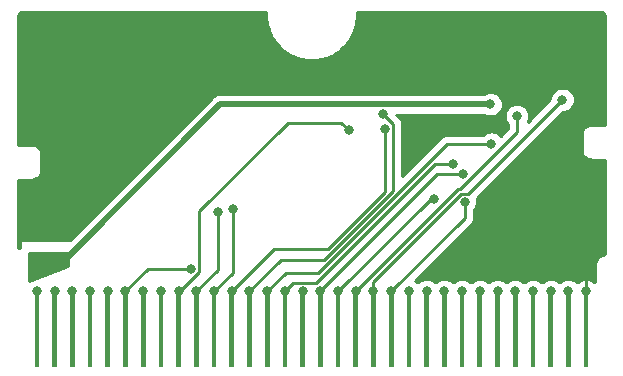
<source format=gbl>
%TF.GenerationSoftware,KiCad,Pcbnew,(5.99.0-1734-gfc9c75f9e)*%
%TF.CreationDate,2020-06-08T22:25:13+02:00*%
%TF.ProjectId,poldet32k-v2-autorouted,706f6c64-6574-4333-926b-2d76322d6175,rev?*%
%TF.SameCoordinates,Original*%
%TF.FileFunction,Copper,L2,Bot*%
%TF.FilePolarity,Positive*%
%FSLAX46Y46*%
G04 Gerber Fmt 4.6, Leading zero omitted, Abs format (unit mm)*
G04 Created by KiCad (PCBNEW (5.99.0-1734-gfc9c75f9e)) date 2020-06-08 22:25:13*
%MOMM*%
%LPD*%
G01*
G04 APERTURE LIST*
%TA.AperFunction,ComponentPad*%
%ADD10C,0.800000*%
%TD*%
%TA.AperFunction,ViaPad*%
%ADD11C,0.800000*%
%TD*%
%TA.AperFunction,Conductor*%
%ADD12C,0.250000*%
%TD*%
%TA.AperFunction,Conductor*%
%ADD13C,0.500000*%
%TD*%
%TA.AperFunction,Conductor*%
%ADD14C,0.254000*%
%TD*%
G04 APERTURE END LIST*
%TO.C,J1*%
G36*
X125132000Y-96805000D02*
G01*
X124732000Y-96805000D01*
X124732000Y-90705000D01*
X125132000Y-90705000D01*
X125132000Y-96805000D01*
G37*
G36*
X171632000Y-96805000D02*
G01*
X171232000Y-96805000D01*
X171232000Y-90705000D01*
X171632000Y-90705000D01*
X171632000Y-96805000D01*
G37*
G36*
X170132000Y-96805000D02*
G01*
X169732000Y-96805000D01*
X169732000Y-90705000D01*
X170132000Y-90705000D01*
X170132000Y-96805000D01*
G37*
G36*
X168632000Y-96805000D02*
G01*
X168232000Y-96805000D01*
X168232000Y-90705000D01*
X168632000Y-90705000D01*
X168632000Y-96805000D01*
G37*
G36*
X167132000Y-96805000D02*
G01*
X166732000Y-96805000D01*
X166732000Y-90705000D01*
X167132000Y-90705000D01*
X167132000Y-96805000D01*
G37*
G36*
X165632000Y-96805000D02*
G01*
X165232000Y-96805000D01*
X165232000Y-90705000D01*
X165632000Y-90705000D01*
X165632000Y-96805000D01*
G37*
G36*
X164132000Y-96805000D02*
G01*
X163732000Y-96805000D01*
X163732000Y-90705000D01*
X164132000Y-90705000D01*
X164132000Y-96805000D01*
G37*
G36*
X162632000Y-96805000D02*
G01*
X162232000Y-96805000D01*
X162232000Y-90705000D01*
X162632000Y-90705000D01*
X162632000Y-96805000D01*
G37*
G36*
X161132000Y-96805000D02*
G01*
X160732000Y-96805000D01*
X160732000Y-90705000D01*
X161132000Y-90705000D01*
X161132000Y-96805000D01*
G37*
G36*
X159632000Y-96805000D02*
G01*
X159232000Y-96805000D01*
X159232000Y-90705000D01*
X159632000Y-90705000D01*
X159632000Y-96805000D01*
G37*
G36*
X158132000Y-96805000D02*
G01*
X157732000Y-96805000D01*
X157732000Y-90705000D01*
X158132000Y-90705000D01*
X158132000Y-96805000D01*
G37*
G36*
X156632000Y-96805000D02*
G01*
X156232000Y-96805000D01*
X156232000Y-90705000D01*
X156632000Y-90705000D01*
X156632000Y-96805000D01*
G37*
G36*
X155132000Y-96805000D02*
G01*
X154732000Y-96805000D01*
X154732000Y-90705000D01*
X155132000Y-90705000D01*
X155132000Y-96805000D01*
G37*
G36*
X153632000Y-96805000D02*
G01*
X153232000Y-96805000D01*
X153232000Y-90705000D01*
X153632000Y-90705000D01*
X153632000Y-96805000D01*
G37*
G36*
X152132000Y-96805000D02*
G01*
X151732000Y-96805000D01*
X151732000Y-90705000D01*
X152132000Y-90705000D01*
X152132000Y-96805000D01*
G37*
G36*
X150632000Y-96805000D02*
G01*
X150232000Y-96805000D01*
X150232000Y-90705000D01*
X150632000Y-90705000D01*
X150632000Y-96805000D01*
G37*
G36*
X149132000Y-96805000D02*
G01*
X148732000Y-96805000D01*
X148732000Y-90705000D01*
X149132000Y-90705000D01*
X149132000Y-96805000D01*
G37*
G36*
X147632000Y-96805000D02*
G01*
X147232000Y-96805000D01*
X147232000Y-90705000D01*
X147632000Y-90705000D01*
X147632000Y-96805000D01*
G37*
G36*
X146132000Y-96805000D02*
G01*
X145732000Y-96805000D01*
X145732000Y-90705000D01*
X146132000Y-90705000D01*
X146132000Y-96805000D01*
G37*
G36*
X144632000Y-96805000D02*
G01*
X144232000Y-96805000D01*
X144232000Y-90705000D01*
X144632000Y-90705000D01*
X144632000Y-96805000D01*
G37*
G36*
X143132000Y-96805000D02*
G01*
X142732000Y-96805000D01*
X142732000Y-90705000D01*
X143132000Y-90705000D01*
X143132000Y-96805000D01*
G37*
G36*
X141632000Y-96805000D02*
G01*
X141232000Y-96805000D01*
X141232000Y-90705000D01*
X141632000Y-90705000D01*
X141632000Y-96805000D01*
G37*
G36*
X140132000Y-96805000D02*
G01*
X139732000Y-96805000D01*
X139732000Y-90705000D01*
X140132000Y-90705000D01*
X140132000Y-96805000D01*
G37*
G36*
X138632000Y-96805000D02*
G01*
X138232000Y-96805000D01*
X138232000Y-90705000D01*
X138632000Y-90705000D01*
X138632000Y-96805000D01*
G37*
G36*
X137132000Y-96805000D02*
G01*
X136732000Y-96805000D01*
X136732000Y-90705000D01*
X137132000Y-90705000D01*
X137132000Y-96805000D01*
G37*
G36*
X135632000Y-96805000D02*
G01*
X135232000Y-96805000D01*
X135232000Y-90705000D01*
X135632000Y-90705000D01*
X135632000Y-96805000D01*
G37*
G36*
X134132000Y-96805000D02*
G01*
X133732000Y-96805000D01*
X133732000Y-90705000D01*
X134132000Y-90705000D01*
X134132000Y-96805000D01*
G37*
G36*
X132632000Y-96805000D02*
G01*
X132232000Y-96805000D01*
X132232000Y-90705000D01*
X132632000Y-90705000D01*
X132632000Y-96805000D01*
G37*
G36*
X131132000Y-96805000D02*
G01*
X130732000Y-96805000D01*
X130732000Y-90705000D01*
X131132000Y-90705000D01*
X131132000Y-96805000D01*
G37*
G36*
X129632000Y-96805000D02*
G01*
X129232000Y-96805000D01*
X129232000Y-90705000D01*
X129632000Y-90705000D01*
X129632000Y-96805000D01*
G37*
G36*
X128132000Y-96805000D02*
G01*
X127732000Y-96805000D01*
X127732000Y-90705000D01*
X128132000Y-90705000D01*
X128132000Y-96805000D01*
G37*
G36*
X126632000Y-96805000D02*
G01*
X126232000Y-96805000D01*
X126232000Y-90705000D01*
X126632000Y-90705000D01*
X126632000Y-96805000D01*
G37*
%TD*%
D10*
%TO.P,J1,31*%
%TO.N,AUDIO_IN*%
X169932000Y-90405000D03*
%TO.P,J1,30*%
%TO.N,\u002ARESET/CS2*%
X168432000Y-90405000D03*
%TO.P,J1,29*%
%TO.N,D7*%
X166932000Y-90405000D03*
%TO.P,J1,28*%
%TO.N,D6*%
X165432000Y-90405000D03*
%TO.P,J1,27*%
%TO.N,D5*%
X163932000Y-90405000D03*
%TO.P,J1,26*%
%TO.N,D4*%
X162432000Y-90405000D03*
%TO.P,J1,25*%
%TO.N,D3*%
X160932000Y-90405000D03*
%TO.P,J1,24*%
%TO.N,D2*%
X159432000Y-90405000D03*
%TO.P,J1,23*%
%TO.N,D1*%
X157932000Y-90405000D03*
%TO.P,J1,22*%
%TO.N,D0*%
X156432000Y-90405000D03*
%TO.P,J1,21*%
%TO.N,A15*%
X154932000Y-90405000D03*
%TO.P,J1,20*%
%TO.N,A14*%
X153432000Y-90405000D03*
%TO.P,J1,19*%
%TO.N,A13*%
X151932000Y-90405000D03*
%TO.P,J1,18*%
%TO.N,A12*%
X150432000Y-90405000D03*
%TO.P,J1,17*%
%TO.N,A11*%
X148932000Y-90405000D03*
%TO.P,J1,16*%
%TO.N,A10*%
X147432000Y-90405000D03*
%TO.P,J1,15*%
%TO.N,A9*%
X145932000Y-90405000D03*
%TO.P,J1,14*%
%TO.N,A8*%
X144432000Y-90405000D03*
%TO.P,J1,13*%
%TO.N,A7*%
X142932000Y-90405000D03*
%TO.P,J1,12*%
%TO.N,A6*%
X141432000Y-90405000D03*
%TO.P,J1,11*%
%TO.N,A5*%
X139932000Y-90405000D03*
%TO.P,J1,10*%
%TO.N,A4*%
X138432000Y-90405000D03*
%TO.P,J1,9*%
%TO.N,A3*%
X136932000Y-90405000D03*
%TO.P,J1,8*%
%TO.N,A2*%
X135432000Y-90405000D03*
%TO.P,J1,7*%
%TO.N,A1*%
X133932000Y-90405000D03*
%TO.P,J1,6*%
%TO.N,A0*%
X132432000Y-90405000D03*
%TO.P,J1,5*%
%TO.N,\u002AMREQ/CS*%
X130932000Y-90405000D03*
%TO.P,J1,4*%
%TO.N,\u002ARD*%
X129432000Y-90405000D03*
%TO.P,J1,3*%
%TO.N,\u002AWR*%
X127932000Y-90405000D03*
%TO.P,J1,32*%
%TO.N,GND*%
X171432000Y-90405000D03*
%TO.P,J1,1*%
%TO.N,5V*%
X124932000Y-90405000D03*
%TO.P,J1,2*%
%TO.N,CLK*%
X126432000Y-90405000D03*
%TD*%
D11*
%TO.N,GND*%
X160782000Y-88392000D03*
X161417000Y-72390000D03*
%TO.N,A15*%
X161160100Y-82818300D03*
%TO.N,A14*%
X169429900Y-74182400D03*
%TO.N,A13*%
X165572400Y-75551800D03*
%TO.N,A12*%
X158572100Y-82567100D03*
%TO.N,A11*%
X161021000Y-80496700D03*
%TO.N,A9*%
X160194300Y-79601400D03*
%TO.N,A8*%
X163409300Y-77898400D03*
%TO.N,A7*%
X154262600Y-75421600D03*
%TO.N,A6*%
X154427100Y-76619600D03*
%TO.N,A5*%
X141497000Y-83437000D03*
%TO.N,A4*%
X140235600Y-83662300D03*
%TO.N,A3*%
X151335800Y-76758400D03*
%TO.N,A0*%
X137980700Y-88479200D03*
%TO.N,GND*%
X171831000Y-84836000D03*
X171831000Y-81534000D03*
X171831000Y-74549000D03*
X171704000Y-71120000D03*
X171704000Y-67945000D03*
X140970000Y-68199000D03*
X135636000Y-68326000D03*
X129667000Y-68326000D03*
X124714000Y-68453000D03*
X124714000Y-73152000D03*
X137541000Y-74422000D03*
X134112000Y-77597000D03*
X131191000Y-80391000D03*
X129159000Y-82423000D03*
%TO.N,5V*%
X163322000Y-74549000D03*
X125730000Y-88519000D03*
X125730000Y-87630000D03*
X126746000Y-87630000D03*
%TD*%
D12*
%TO.N,A15*%
X161160100Y-84176900D02*
X161160100Y-82818300D01*
X154932000Y-90405000D02*
X161160100Y-84176900D01*
%TO.N,A14*%
X153432000Y-89588000D02*
X153432000Y-90405000D01*
X160879400Y-82140600D02*
X153432000Y-89588000D01*
X161471700Y-82140600D02*
X160879400Y-82140600D01*
X169429900Y-74182400D02*
X161471700Y-82140600D01*
%TO.N,A13*%
X160599100Y-81737900D02*
X151932000Y-90405000D01*
X160738300Y-81737900D02*
X160599100Y-81737900D01*
X165572400Y-76903800D02*
X160738300Y-81737900D01*
X165572400Y-75551800D02*
X165572400Y-76903800D01*
%TO.N,A12*%
X158269900Y-82567100D02*
X158572100Y-82567100D01*
X150432000Y-90405000D02*
X158269900Y-82567100D01*
%TO.N,A11*%
X158840300Y-80496700D02*
X161021000Y-80496700D01*
X148932000Y-90405000D02*
X158840300Y-80496700D01*
%TO.N,A9*%
X158649900Y-79601400D02*
X160194300Y-79601400D01*
X148524100Y-89727200D02*
X158649900Y-79601400D01*
X146609800Y-89727200D02*
X148524100Y-89727200D01*
X145932000Y-90405000D02*
X146609800Y-89727200D01*
%TO.N,A8*%
X159670100Y-77898400D02*
X163409300Y-77898400D01*
X148741100Y-88827400D02*
X159670100Y-77898400D01*
X146009600Y-88827400D02*
X148741100Y-88827400D01*
X144432000Y-90405000D02*
X146009600Y-88827400D01*
%TO.N,A7*%
X155104800Y-76263800D02*
X154262600Y-75421600D01*
X155104800Y-81880200D02*
X155104800Y-76263800D01*
X149260900Y-87724100D02*
X155104800Y-81880200D01*
X145612900Y-87724100D02*
X149260900Y-87724100D01*
X142932000Y-90405000D02*
X145612900Y-87724100D01*
%TO.N,A6*%
X154427100Y-81988200D02*
X154427100Y-76619600D01*
X149563900Y-86851400D02*
X154427100Y-81988200D01*
X144985600Y-86851400D02*
X149563900Y-86851400D01*
X141432000Y-90405000D02*
X144985600Y-86851400D01*
%TO.N,A5*%
X141497000Y-88840000D02*
X141497000Y-83437000D01*
X139932000Y-90405000D02*
X141497000Y-88840000D01*
%TO.N,A4*%
X140235600Y-88601400D02*
X140235600Y-83662300D01*
X138432000Y-90405000D02*
X140235600Y-88601400D01*
%TO.N,A3*%
X150689800Y-76112400D02*
X151335800Y-76758400D01*
X146196100Y-76112400D02*
X150689800Y-76112400D01*
X138697200Y-83611300D02*
X146196100Y-76112400D01*
X138697200Y-88776200D02*
X138697200Y-83611300D01*
X137068400Y-90405000D02*
X138697200Y-88776200D01*
X136932000Y-90405000D02*
X137068400Y-90405000D01*
%TO.N,A0*%
X134357800Y-88479200D02*
X137980700Y-88479200D01*
X132432000Y-90405000D02*
X134357800Y-88479200D01*
%TO.N,GND*%
X171432000Y-87873300D02*
X171432000Y-90405000D01*
D13*
%TO.N,5V*%
X140462000Y-74549000D02*
X163322000Y-74549000D01*
X127381000Y-87630000D02*
X140462000Y-74549000D01*
X126746000Y-87630000D02*
X127381000Y-87630000D01*
%TD*%
%TO.N,GND*%
G36*
X144348000Y-66957889D02*
G01*
X144343463Y-66988427D01*
X144342779Y-66997757D01*
X144342789Y-67008894D01*
X144342791Y-67009274D01*
X144343135Y-67058626D01*
X144343835Y-67067566D01*
X144344244Y-67070287D01*
X144343995Y-67073224D01*
X144343897Y-67082574D01*
X144344606Y-67093690D01*
X144344631Y-67094076D01*
X144369879Y-67455127D01*
X144371138Y-67464004D01*
X144375015Y-67482011D01*
X144375519Y-67500624D01*
X144376465Y-67509935D01*
X144378410Y-67520902D01*
X144378477Y-67521273D01*
X144443811Y-67877257D01*
X144446052Y-67885938D01*
X144451914Y-67903405D01*
X144454488Y-67921837D01*
X144456464Y-67930980D01*
X144459619Y-67941663D01*
X144459729Y-67942029D01*
X144564338Y-68288512D01*
X144567533Y-68296889D01*
X144575301Y-68313586D01*
X144579916Y-68331624D01*
X144582899Y-68340488D01*
X144587225Y-68350751D01*
X144587374Y-68351103D01*
X144729953Y-68683768D01*
X144734061Y-68691735D01*
X144743647Y-68707470D01*
X144750244Y-68724881D01*
X144754195Y-68733355D01*
X144759637Y-68743072D01*
X144759826Y-68743407D01*
X144938600Y-69058105D01*
X144943571Y-69065566D01*
X144954847Y-69080128D01*
X144963343Y-69096695D01*
X144968217Y-69104680D01*
X144974710Y-69113730D01*
X144974932Y-69114038D01*
X145187669Y-69406846D01*
X145193441Y-69413706D01*
X145206270Y-69426922D01*
X145216559Y-69442437D01*
X145222287Y-69449821D01*
X145229745Y-69458092D01*
X145230007Y-69458380D01*
X145474060Y-69725652D01*
X145480560Y-69731826D01*
X145494788Y-69743534D01*
X145506739Y-69757802D01*
X145513254Y-69764502D01*
X145521589Y-69771890D01*
X145521881Y-69772147D01*
X145794206Y-70010549D01*
X145801354Y-70015960D01*
X145816794Y-70026006D01*
X145830266Y-70038858D01*
X145837499Y-70044798D01*
X145846606Y-70051208D01*
X145846914Y-70051424D01*
X146144112Y-70257982D01*
X146151820Y-70262563D01*
X146168279Y-70270823D01*
X146183101Y-70282094D01*
X146190950Y-70287191D01*
X146200715Y-70292547D01*
X146201047Y-70292728D01*
X146519419Y-70464871D01*
X146527588Y-70468564D01*
X146544867Y-70474938D01*
X146560852Y-70484486D01*
X146569216Y-70488674D01*
X146579517Y-70492909D01*
X146579871Y-70493054D01*
X146915449Y-70628635D01*
X146923979Y-70631395D01*
X146941864Y-70635804D01*
X146958815Y-70643512D01*
X146967601Y-70646744D01*
X146978311Y-70649802D01*
X146978671Y-70649904D01*
X147327264Y-70747233D01*
X147336048Y-70749024D01*
X147354310Y-70751412D01*
X147372016Y-70757182D01*
X147381098Y-70759412D01*
X147392081Y-70761259D01*
X147392458Y-70761322D01*
X147749733Y-70819188D01*
X147758662Y-70819989D01*
X147777081Y-70820327D01*
X147795316Y-70824086D01*
X147804594Y-70825291D01*
X147815715Y-70825902D01*
X147816094Y-70825921D01*
X148177592Y-70843602D01*
X148186554Y-70843402D01*
X148204895Y-70841685D01*
X148223435Y-70843388D01*
X148232789Y-70843551D01*
X148243908Y-70842919D01*
X148244287Y-70842896D01*
X148605504Y-70820171D01*
X148614389Y-70818973D01*
X148632419Y-70815223D01*
X148651034Y-70814849D01*
X148660342Y-70813969D01*
X148671324Y-70812102D01*
X148671705Y-70812036D01*
X149028139Y-70749186D01*
X149036835Y-70747006D01*
X149054339Y-70741268D01*
X149072793Y-70738822D01*
X149081949Y-70736909D01*
X149092653Y-70733829D01*
X149093019Y-70733722D01*
X149440223Y-70631535D01*
X149448622Y-70628399D01*
X149465377Y-70620746D01*
X149483447Y-70616257D01*
X149492335Y-70613335D01*
X149502628Y-70609080D01*
X149502979Y-70608934D01*
X149836629Y-70468681D01*
X149844626Y-70464628D01*
X149860424Y-70455155D01*
X149877880Y-70448680D01*
X149886386Y-70444786D01*
X149896142Y-70439411D01*
X149896474Y-70439226D01*
X150212411Y-70262654D01*
X150219906Y-70257736D01*
X150234549Y-70246561D01*
X150251175Y-70238181D01*
X150259194Y-70233363D01*
X150268289Y-70226934D01*
X150268599Y-70226713D01*
X150562885Y-70016025D01*
X150569786Y-70010301D01*
X150583092Y-69997563D01*
X150598676Y-69987384D01*
X150606105Y-69981704D01*
X150614428Y-69974302D01*
X150614714Y-69974045D01*
X150883682Y-69731865D01*
X150889901Y-69725407D01*
X150901701Y-69711270D01*
X150916058Y-69699414D01*
X150922808Y-69692940D01*
X150930253Y-69684657D01*
X150930508Y-69684371D01*
X151170805Y-69413720D01*
X151176265Y-69406610D01*
X151186418Y-69391242D01*
X151199366Y-69377857D01*
X151205356Y-69370667D01*
X151211830Y-69361604D01*
X151212049Y-69361297D01*
X151420676Y-69065549D01*
X151425310Y-69057874D01*
X151433687Y-69041469D01*
X151445060Y-69026728D01*
X151450208Y-69018921D01*
X151455633Y-69009193D01*
X151455818Y-69008858D01*
X151630180Y-68691694D01*
X151633930Y-68683550D01*
X151640425Y-68666317D01*
X151650086Y-68650396D01*
X151654334Y-68642055D01*
X151658640Y-68631783D01*
X151658784Y-68631436D01*
X151796704Y-68296818D01*
X151799523Y-68288306D01*
X151804056Y-68270456D01*
X151811882Y-68253559D01*
X151815176Y-68244794D01*
X151818310Y-68234105D01*
X151818413Y-68233747D01*
X151918174Y-67885841D01*
X151920027Y-67877070D01*
X151922542Y-67858825D01*
X151928436Y-67841159D01*
X151930730Y-67832090D01*
X151932654Y-67821119D01*
X151932719Y-67820744D01*
X151993077Y-67463882D01*
X151993940Y-67454958D01*
X151994406Y-67436545D01*
X151998293Y-67418340D01*
X151999562Y-67409073D01*
X152000251Y-67397956D01*
X152000274Y-67397575D01*
X152020478Y-67036207D01*
X152020341Y-67027243D01*
X152016000Y-66977124D01*
X152016000Y-66739000D01*
X172601946Y-66739000D01*
X172605750Y-66739698D01*
X172616824Y-66740892D01*
X172617209Y-66740932D01*
X172753885Y-66754816D01*
X172822830Y-66776421D01*
X172886022Y-66811449D01*
X172940883Y-66858471D01*
X172985166Y-66915561D01*
X173017065Y-66980388D01*
X173037265Y-67057939D01*
X173045004Y-67158511D01*
X173046326Y-67167378D01*
X173048001Y-67174903D01*
X173048000Y-76271000D01*
X171896247Y-76271000D01*
X171831179Y-76268273D01*
X171821827Y-76268575D01*
X171810752Y-76269760D01*
X171810376Y-76269801D01*
X171761085Y-76275374D01*
X171753115Y-76276855D01*
X171748978Y-76276898D01*
X171731236Y-76279629D01*
X171665198Y-76299694D01*
X171598431Y-76317085D01*
X171581875Y-76324028D01*
X171578393Y-76326112D01*
X171570218Y-76329275D01*
X171560157Y-76334053D01*
X171559814Y-76334217D01*
X171475479Y-76374895D01*
X171467701Y-76379355D01*
X171438552Y-76398943D01*
X171403024Y-76416502D01*
X171388219Y-76426658D01*
X171363553Y-76449340D01*
X171335752Y-76468021D01*
X171322420Y-76480046D01*
X171297061Y-76510483D01*
X171271057Y-76534395D01*
X171264658Y-76541221D01*
X171257665Y-76549890D01*
X171257427Y-76550186D01*
X171199076Y-76623412D01*
X171194002Y-76630803D01*
X171176229Y-76661095D01*
X171151834Y-76692319D01*
X171142898Y-76707890D01*
X171130507Y-76739028D01*
X171113556Y-76767921D01*
X171106758Y-76784538D01*
X171097109Y-76822955D01*
X171084046Y-76855779D01*
X171081240Y-76864706D01*
X171078698Y-76875550D01*
X171078613Y-76875918D01*
X171057789Y-76967205D01*
X171056421Y-76976065D01*
X171051254Y-77038913D01*
X171048693Y-77056050D01*
X171048000Y-77065376D01*
X171048000Y-77078488D01*
X171043394Y-77134504D01*
X171044474Y-77152424D01*
X171048000Y-77169602D01*
X171048001Y-78390730D01*
X171045273Y-78455821D01*
X171045575Y-78465174D01*
X171046760Y-78476248D01*
X171046801Y-78476624D01*
X171052374Y-78525914D01*
X171053855Y-78533883D01*
X171053898Y-78538022D01*
X171056629Y-78555764D01*
X171076685Y-78621773D01*
X171094084Y-78688569D01*
X171101027Y-78705126D01*
X171103115Y-78708614D01*
X171106275Y-78716782D01*
X171111053Y-78726843D01*
X171111217Y-78727186D01*
X171151895Y-78811521D01*
X171156355Y-78819299D01*
X171175943Y-78848448D01*
X171193502Y-78883976D01*
X171203658Y-78898781D01*
X171226340Y-78923447D01*
X171245021Y-78951248D01*
X171257045Y-78964580D01*
X171287484Y-78989941D01*
X171311395Y-79015943D01*
X171318221Y-79022342D01*
X171326890Y-79029335D01*
X171327186Y-79029573D01*
X171400412Y-79087924D01*
X171407803Y-79092998D01*
X171438095Y-79110771D01*
X171469319Y-79135166D01*
X171484890Y-79144102D01*
X171516028Y-79156493D01*
X171544921Y-79173444D01*
X171561538Y-79180242D01*
X171599955Y-79189891D01*
X171632779Y-79202954D01*
X171641706Y-79205760D01*
X171652550Y-79208302D01*
X171652918Y-79208387D01*
X171744205Y-79229211D01*
X171753065Y-79230579D01*
X171815915Y-79235746D01*
X171833050Y-79238307D01*
X171842375Y-79239000D01*
X171855489Y-79239000D01*
X171911505Y-79243606D01*
X171929425Y-79242526D01*
X171946603Y-79239000D01*
X173048001Y-79239000D01*
X173048000Y-87271000D01*
X173046247Y-87271000D01*
X172981179Y-87268273D01*
X172971827Y-87268575D01*
X172960752Y-87269760D01*
X172960376Y-87269801D01*
X172911085Y-87275374D01*
X172903115Y-87276855D01*
X172898978Y-87276898D01*
X172881236Y-87279629D01*
X172815198Y-87299694D01*
X172748431Y-87317085D01*
X172731875Y-87324028D01*
X172728393Y-87326112D01*
X172720218Y-87329275D01*
X172710157Y-87334053D01*
X172709814Y-87334217D01*
X172625479Y-87374895D01*
X172617701Y-87379355D01*
X172588552Y-87398943D01*
X172553024Y-87416502D01*
X172538219Y-87426658D01*
X172513553Y-87449340D01*
X172485752Y-87468021D01*
X172472420Y-87480046D01*
X172447061Y-87510483D01*
X172421057Y-87534395D01*
X172414658Y-87541221D01*
X172407665Y-87549890D01*
X172407427Y-87550186D01*
X172349076Y-87623412D01*
X172344002Y-87630803D01*
X172326229Y-87661095D01*
X172301834Y-87692319D01*
X172292898Y-87707890D01*
X172280507Y-87739028D01*
X172263556Y-87767921D01*
X172256758Y-87784538D01*
X172247109Y-87822955D01*
X172234046Y-87855779D01*
X172231240Y-87864706D01*
X172228698Y-87875550D01*
X172228613Y-87875918D01*
X172207789Y-87967205D01*
X172206421Y-87976065D01*
X172201253Y-88038924D01*
X172198694Y-88056049D01*
X172198001Y-88065375D01*
X172198001Y-88078477D01*
X172193394Y-88134505D01*
X172194474Y-88152425D01*
X172198001Y-88169607D01*
X172198001Y-89605800D01*
X172089686Y-89605800D01*
X172048052Y-89568312D01*
X172037368Y-89560549D01*
X171860632Y-89458511D01*
X171848567Y-89453139D01*
X171654480Y-89390076D01*
X171641562Y-89387330D01*
X171438603Y-89365999D01*
X171425397Y-89365999D01*
X171222438Y-89387330D01*
X171209520Y-89390076D01*
X171015433Y-89453139D01*
X171003368Y-89458511D01*
X170826632Y-89560549D01*
X170815948Y-89568312D01*
X170774314Y-89605800D01*
X170589686Y-89605800D01*
X170548052Y-89568312D01*
X170537368Y-89560549D01*
X170360632Y-89458511D01*
X170348567Y-89453139D01*
X170154480Y-89390076D01*
X170141562Y-89387330D01*
X169938603Y-89365999D01*
X169925397Y-89365999D01*
X169722438Y-89387330D01*
X169709520Y-89390076D01*
X169515433Y-89453139D01*
X169503368Y-89458511D01*
X169326632Y-89560549D01*
X169315948Y-89568312D01*
X169274314Y-89605800D01*
X169089686Y-89605800D01*
X169048052Y-89568312D01*
X169037368Y-89560549D01*
X168860632Y-89458511D01*
X168848567Y-89453139D01*
X168654480Y-89390076D01*
X168641562Y-89387330D01*
X168438603Y-89365999D01*
X168425397Y-89365999D01*
X168222438Y-89387330D01*
X168209520Y-89390076D01*
X168015433Y-89453139D01*
X168003368Y-89458511D01*
X167826632Y-89560549D01*
X167815948Y-89568312D01*
X167774314Y-89605800D01*
X167589686Y-89605800D01*
X167548052Y-89568312D01*
X167537368Y-89560549D01*
X167360632Y-89458511D01*
X167348567Y-89453139D01*
X167154480Y-89390076D01*
X167141562Y-89387330D01*
X166938603Y-89365999D01*
X166925397Y-89365999D01*
X166722438Y-89387330D01*
X166709520Y-89390076D01*
X166515433Y-89453139D01*
X166503368Y-89458511D01*
X166326632Y-89560549D01*
X166315948Y-89568312D01*
X166274314Y-89605800D01*
X166089686Y-89605800D01*
X166048052Y-89568312D01*
X166037368Y-89560549D01*
X165860632Y-89458511D01*
X165848567Y-89453139D01*
X165654480Y-89390076D01*
X165641562Y-89387330D01*
X165438603Y-89365999D01*
X165425397Y-89365999D01*
X165222438Y-89387330D01*
X165209520Y-89390076D01*
X165015433Y-89453139D01*
X165003368Y-89458511D01*
X164826632Y-89560549D01*
X164815948Y-89568312D01*
X164774314Y-89605800D01*
X164589686Y-89605800D01*
X164548052Y-89568312D01*
X164537368Y-89560549D01*
X164360632Y-89458511D01*
X164348567Y-89453139D01*
X164154480Y-89390076D01*
X164141562Y-89387330D01*
X163938603Y-89365999D01*
X163925397Y-89365999D01*
X163722438Y-89387330D01*
X163709520Y-89390076D01*
X163515433Y-89453139D01*
X163503368Y-89458511D01*
X163326632Y-89560549D01*
X163315948Y-89568312D01*
X163274314Y-89605800D01*
X163089686Y-89605800D01*
X163048052Y-89568312D01*
X163037368Y-89560549D01*
X162860632Y-89458511D01*
X162848567Y-89453139D01*
X162654480Y-89390076D01*
X162641562Y-89387330D01*
X162438603Y-89365999D01*
X162425397Y-89365999D01*
X162222438Y-89387330D01*
X162209520Y-89390076D01*
X162015433Y-89453139D01*
X162003368Y-89458511D01*
X161826632Y-89560549D01*
X161815948Y-89568312D01*
X161774314Y-89605800D01*
X161589686Y-89605800D01*
X161548052Y-89568312D01*
X161537368Y-89560549D01*
X161360632Y-89458511D01*
X161348567Y-89453139D01*
X161154480Y-89390076D01*
X161141562Y-89387330D01*
X160938603Y-89365999D01*
X160925397Y-89365999D01*
X160722438Y-89387330D01*
X160709520Y-89390076D01*
X160515433Y-89453139D01*
X160503368Y-89458511D01*
X160326632Y-89560549D01*
X160315948Y-89568312D01*
X160274314Y-89605800D01*
X160089686Y-89605800D01*
X160048052Y-89568312D01*
X160037368Y-89560549D01*
X159860632Y-89458511D01*
X159848567Y-89453139D01*
X159654480Y-89390076D01*
X159641562Y-89387330D01*
X159438603Y-89365999D01*
X159425397Y-89365999D01*
X159222438Y-89387330D01*
X159209520Y-89390076D01*
X159015433Y-89453139D01*
X159003368Y-89458511D01*
X158826632Y-89560549D01*
X158815948Y-89568312D01*
X158774314Y-89605800D01*
X158589686Y-89605800D01*
X158548052Y-89568312D01*
X158537368Y-89560549D01*
X158360632Y-89458511D01*
X158348567Y-89453139D01*
X158154480Y-89390076D01*
X158141562Y-89387330D01*
X157938603Y-89365999D01*
X157925397Y-89365999D01*
X157722438Y-89387330D01*
X157709520Y-89390076D01*
X157515433Y-89453139D01*
X157503368Y-89458511D01*
X157326632Y-89560549D01*
X157315948Y-89568312D01*
X157274314Y-89605800D01*
X157089686Y-89605800D01*
X157048052Y-89568312D01*
X157037368Y-89560549D01*
X156920271Y-89492943D01*
X161739008Y-84674209D01*
X161739014Y-84674201D01*
X161776336Y-84636881D01*
X161787994Y-84620835D01*
X161810966Y-84575750D01*
X161840706Y-84534816D01*
X161849710Y-84517146D01*
X161865345Y-84469027D01*
X161888318Y-84423939D01*
X161894446Y-84405077D01*
X161902363Y-84355095D01*
X161917997Y-84306980D01*
X161921099Y-84287391D01*
X161921099Y-84232091D01*
X161921100Y-84232079D01*
X161921100Y-83522424D01*
X161983216Y-83460309D01*
X161993271Y-83447205D01*
X162121333Y-83225395D01*
X162127654Y-83210135D01*
X162193944Y-82962738D01*
X162196100Y-82946362D01*
X162196100Y-82690238D01*
X162193944Y-82673862D01*
X162156056Y-82532458D01*
X169470116Y-75218400D01*
X169557962Y-75218400D01*
X169574338Y-75216244D01*
X169821735Y-75149954D01*
X169836995Y-75143633D01*
X170058805Y-75015571D01*
X170071909Y-75005516D01*
X170253016Y-74824409D01*
X170263071Y-74811305D01*
X170391133Y-74589495D01*
X170397454Y-74574235D01*
X170463744Y-74326838D01*
X170465900Y-74310462D01*
X170465900Y-74054338D01*
X170463744Y-74037962D01*
X170397454Y-73790565D01*
X170391133Y-73775305D01*
X170263071Y-73553495D01*
X170253016Y-73540391D01*
X170071909Y-73359284D01*
X170058805Y-73349229D01*
X169836995Y-73221167D01*
X169821735Y-73214846D01*
X169574338Y-73148556D01*
X169557962Y-73146400D01*
X169301838Y-73146400D01*
X169285462Y-73148556D01*
X169038065Y-73214846D01*
X169022805Y-73221167D01*
X168800995Y-73349229D01*
X168787891Y-73359284D01*
X168606784Y-73540391D01*
X168596729Y-73553495D01*
X168468667Y-73775305D01*
X168462346Y-73790565D01*
X168396056Y-74037962D01*
X168393900Y-74054338D01*
X168393900Y-74142184D01*
X166474133Y-76061952D01*
X166533633Y-75958895D01*
X166539954Y-75943635D01*
X166606244Y-75696238D01*
X166608400Y-75679862D01*
X166608400Y-75423738D01*
X166606244Y-75407362D01*
X166539954Y-75159965D01*
X166533633Y-75144705D01*
X166405571Y-74922895D01*
X166395516Y-74909791D01*
X166214409Y-74728684D01*
X166201305Y-74718629D01*
X165979495Y-74590567D01*
X165964235Y-74584246D01*
X165716838Y-74517956D01*
X165700462Y-74515800D01*
X165444338Y-74515800D01*
X165427962Y-74517956D01*
X165180565Y-74584246D01*
X165165305Y-74590567D01*
X164943495Y-74718629D01*
X164930391Y-74728684D01*
X164749284Y-74909791D01*
X164739229Y-74922895D01*
X164611167Y-75144705D01*
X164604846Y-75159965D01*
X164538556Y-75407362D01*
X164536400Y-75423738D01*
X164536400Y-75679862D01*
X164538556Y-75696238D01*
X164604846Y-75943635D01*
X164611167Y-75958895D01*
X164739229Y-76180705D01*
X164749284Y-76193809D01*
X164811400Y-76255924D01*
X164811401Y-76588584D01*
X164188005Y-77211980D01*
X164051309Y-77075284D01*
X164038205Y-77065229D01*
X163816395Y-76937167D01*
X163801135Y-76930846D01*
X163553738Y-76864556D01*
X163537362Y-76862400D01*
X163281238Y-76862400D01*
X163264862Y-76864556D01*
X163017465Y-76930846D01*
X163002205Y-76937167D01*
X162780395Y-77065229D01*
X162767291Y-77075284D01*
X162705176Y-77137400D01*
X159614921Y-77137400D01*
X159614909Y-77137401D01*
X159559610Y-77137401D01*
X159540022Y-77140503D01*
X159491908Y-77156136D01*
X159441923Y-77164053D01*
X159423062Y-77170182D01*
X159377979Y-77193153D01*
X159329854Y-77208790D01*
X159312182Y-77217794D01*
X159271244Y-77247538D01*
X159226166Y-77270506D01*
X159210121Y-77282163D01*
X155865800Y-80626485D01*
X155865800Y-76208621D01*
X155865799Y-76208609D01*
X155865799Y-76153310D01*
X155862697Y-76133722D01*
X155847064Y-76085608D01*
X155839147Y-76035623D01*
X155833018Y-76016762D01*
X155810047Y-75971679D01*
X155794410Y-75923554D01*
X155785406Y-75905882D01*
X155755662Y-75864944D01*
X155732694Y-75819866D01*
X155721037Y-75803821D01*
X155352215Y-75435000D01*
X162784598Y-75435000D01*
X162914905Y-75510233D01*
X162930165Y-75516554D01*
X163177562Y-75582844D01*
X163193938Y-75585000D01*
X163450062Y-75585000D01*
X163466438Y-75582844D01*
X163713835Y-75516554D01*
X163729095Y-75510233D01*
X163950905Y-75382171D01*
X163964009Y-75372116D01*
X164145116Y-75191009D01*
X164155171Y-75177905D01*
X164283233Y-74956095D01*
X164289554Y-74940835D01*
X164355844Y-74693438D01*
X164358000Y-74677062D01*
X164358000Y-74420938D01*
X164355844Y-74404562D01*
X164289554Y-74157165D01*
X164283233Y-74141905D01*
X164155171Y-73920095D01*
X164145116Y-73906991D01*
X163964009Y-73725884D01*
X163950905Y-73715829D01*
X163729095Y-73587767D01*
X163713835Y-73581446D01*
X163466438Y-73515156D01*
X163450062Y-73513000D01*
X163193938Y-73513000D01*
X163177562Y-73515156D01*
X162930165Y-73581446D01*
X162914905Y-73587767D01*
X162784598Y-73663000D01*
X140561263Y-73663000D01*
X140542631Y-73658784D01*
X140524735Y-73657344D01*
X140433575Y-73663000D01*
X140402948Y-73663000D01*
X140394007Y-73663637D01*
X140371605Y-73666845D01*
X140289535Y-73671937D01*
X140271956Y-73675577D01*
X140246524Y-73684758D01*
X140219751Y-73688592D01*
X140202521Y-73693631D01*
X140127651Y-73727671D01*
X140050122Y-73755660D01*
X140033956Y-73764320D01*
X140013090Y-73779759D01*
X139988001Y-73791167D01*
X139972876Y-73800839D01*
X139901571Y-73862280D01*
X139882869Y-73876119D01*
X139875785Y-73882222D01*
X139859334Y-73898674D01*
X139794355Y-73954663D01*
X139782553Y-73968192D01*
X139769172Y-73988836D01*
X127708209Y-86049800D01*
X123535083Y-86049800D01*
X123461274Y-86123609D01*
X123461274Y-86684800D01*
X123316000Y-86684800D01*
X123316000Y-80939000D01*
X124467753Y-80939000D01*
X124532821Y-80941727D01*
X124542174Y-80941425D01*
X124553248Y-80940240D01*
X124553624Y-80940199D01*
X124602914Y-80934626D01*
X124610883Y-80933145D01*
X124615022Y-80933102D01*
X124632764Y-80930371D01*
X124698773Y-80910315D01*
X124765569Y-80892916D01*
X124782126Y-80885973D01*
X124785614Y-80883885D01*
X124793782Y-80880725D01*
X124803843Y-80875947D01*
X124804186Y-80875783D01*
X124888521Y-80835105D01*
X124896299Y-80830645D01*
X124925448Y-80811057D01*
X124960976Y-80793498D01*
X124975781Y-80783342D01*
X125000447Y-80760660D01*
X125028248Y-80741979D01*
X125041580Y-80729955D01*
X125066941Y-80699516D01*
X125092943Y-80675605D01*
X125099342Y-80668779D01*
X125106335Y-80660110D01*
X125106573Y-80659814D01*
X125164924Y-80586588D01*
X125169998Y-80579197D01*
X125187771Y-80548905D01*
X125212166Y-80517681D01*
X125221102Y-80502110D01*
X125233493Y-80470972D01*
X125250444Y-80442079D01*
X125257242Y-80425462D01*
X125266891Y-80387045D01*
X125279954Y-80354221D01*
X125282760Y-80345294D01*
X125285302Y-80334450D01*
X125285387Y-80334082D01*
X125306211Y-80242795D01*
X125307579Y-80233935D01*
X125312746Y-80171085D01*
X125315307Y-80153950D01*
X125316000Y-80144625D01*
X125316000Y-80131511D01*
X125320606Y-80075495D01*
X125319526Y-80057575D01*
X125316000Y-80040397D01*
X125316000Y-78819247D01*
X125318727Y-78754179D01*
X125318425Y-78744827D01*
X125317240Y-78733752D01*
X125317199Y-78733376D01*
X125311626Y-78684085D01*
X125310145Y-78676115D01*
X125310102Y-78671978D01*
X125307371Y-78654236D01*
X125287306Y-78588198D01*
X125269915Y-78521431D01*
X125262972Y-78504875D01*
X125260888Y-78501393D01*
X125257725Y-78493218D01*
X125252947Y-78483157D01*
X125252783Y-78482814D01*
X125212105Y-78398479D01*
X125207645Y-78390701D01*
X125188057Y-78361552D01*
X125170498Y-78326024D01*
X125160342Y-78311219D01*
X125137660Y-78286553D01*
X125118979Y-78258752D01*
X125106954Y-78245420D01*
X125076517Y-78220061D01*
X125052605Y-78194057D01*
X125045779Y-78187658D01*
X125037110Y-78180665D01*
X125036814Y-78180427D01*
X124963588Y-78122076D01*
X124956197Y-78117002D01*
X124925905Y-78099229D01*
X124894681Y-78074834D01*
X124879110Y-78065898D01*
X124847972Y-78053507D01*
X124819079Y-78036556D01*
X124802462Y-78029758D01*
X124764045Y-78020109D01*
X124731221Y-78007046D01*
X124722294Y-78004240D01*
X124711450Y-78001698D01*
X124711082Y-78001613D01*
X124619795Y-77980789D01*
X124610935Y-77979421D01*
X124548085Y-77974254D01*
X124530950Y-77971693D01*
X124521625Y-77971000D01*
X124508511Y-77971000D01*
X124452495Y-77966394D01*
X124434575Y-77967474D01*
X124417397Y-77971000D01*
X123316000Y-77971000D01*
X123316000Y-67185054D01*
X123316698Y-67181250D01*
X123317892Y-67170176D01*
X123317932Y-67169791D01*
X123331816Y-67033115D01*
X123353421Y-66964170D01*
X123388449Y-66900978D01*
X123435471Y-66846117D01*
X123492561Y-66801834D01*
X123557388Y-66769935D01*
X123634939Y-66749735D01*
X123735512Y-66741996D01*
X123744379Y-66740674D01*
X123751899Y-66739000D01*
X144348000Y-66739000D01*
X144348000Y-66957889D01*
G37*
D14*
X144348000Y-66957889D02*
X144343463Y-66988427D01*
X144342779Y-66997757D01*
X144342789Y-67008894D01*
X144342791Y-67009274D01*
X144343135Y-67058626D01*
X144343835Y-67067566D01*
X144344244Y-67070287D01*
X144343995Y-67073224D01*
X144343897Y-67082574D01*
X144344606Y-67093690D01*
X144344631Y-67094076D01*
X144369879Y-67455127D01*
X144371138Y-67464004D01*
X144375015Y-67482011D01*
X144375519Y-67500624D01*
X144376465Y-67509935D01*
X144378410Y-67520902D01*
X144378477Y-67521273D01*
X144443811Y-67877257D01*
X144446052Y-67885938D01*
X144451914Y-67903405D01*
X144454488Y-67921837D01*
X144456464Y-67930980D01*
X144459619Y-67941663D01*
X144459729Y-67942029D01*
X144564338Y-68288512D01*
X144567533Y-68296889D01*
X144575301Y-68313586D01*
X144579916Y-68331624D01*
X144582899Y-68340488D01*
X144587225Y-68350751D01*
X144587374Y-68351103D01*
X144729953Y-68683768D01*
X144734061Y-68691735D01*
X144743647Y-68707470D01*
X144750244Y-68724881D01*
X144754195Y-68733355D01*
X144759637Y-68743072D01*
X144759826Y-68743407D01*
X144938600Y-69058105D01*
X144943571Y-69065566D01*
X144954847Y-69080128D01*
X144963343Y-69096695D01*
X144968217Y-69104680D01*
X144974710Y-69113730D01*
X144974932Y-69114038D01*
X145187669Y-69406846D01*
X145193441Y-69413706D01*
X145206270Y-69426922D01*
X145216559Y-69442437D01*
X145222287Y-69449821D01*
X145229745Y-69458092D01*
X145230007Y-69458380D01*
X145474060Y-69725652D01*
X145480560Y-69731826D01*
X145494788Y-69743534D01*
X145506739Y-69757802D01*
X145513254Y-69764502D01*
X145521589Y-69771890D01*
X145521881Y-69772147D01*
X145794206Y-70010549D01*
X145801354Y-70015960D01*
X145816794Y-70026006D01*
X145830266Y-70038858D01*
X145837499Y-70044798D01*
X145846606Y-70051208D01*
X145846914Y-70051424D01*
X146144112Y-70257982D01*
X146151820Y-70262563D01*
X146168279Y-70270823D01*
X146183101Y-70282094D01*
X146190950Y-70287191D01*
X146200715Y-70292547D01*
X146201047Y-70292728D01*
X146519419Y-70464871D01*
X146527588Y-70468564D01*
X146544867Y-70474938D01*
X146560852Y-70484486D01*
X146569216Y-70488674D01*
X146579517Y-70492909D01*
X146579871Y-70493054D01*
X146915449Y-70628635D01*
X146923979Y-70631395D01*
X146941864Y-70635804D01*
X146958815Y-70643512D01*
X146967601Y-70646744D01*
X146978311Y-70649802D01*
X146978671Y-70649904D01*
X147327264Y-70747233D01*
X147336048Y-70749024D01*
X147354310Y-70751412D01*
X147372016Y-70757182D01*
X147381098Y-70759412D01*
X147392081Y-70761259D01*
X147392458Y-70761322D01*
X147749733Y-70819188D01*
X147758662Y-70819989D01*
X147777081Y-70820327D01*
X147795316Y-70824086D01*
X147804594Y-70825291D01*
X147815715Y-70825902D01*
X147816094Y-70825921D01*
X148177592Y-70843602D01*
X148186554Y-70843402D01*
X148204895Y-70841685D01*
X148223435Y-70843388D01*
X148232789Y-70843551D01*
X148243908Y-70842919D01*
X148244287Y-70842896D01*
X148605504Y-70820171D01*
X148614389Y-70818973D01*
X148632419Y-70815223D01*
X148651034Y-70814849D01*
X148660342Y-70813969D01*
X148671324Y-70812102D01*
X148671705Y-70812036D01*
X149028139Y-70749186D01*
X149036835Y-70747006D01*
X149054339Y-70741268D01*
X149072793Y-70738822D01*
X149081949Y-70736909D01*
X149092653Y-70733829D01*
X149093019Y-70733722D01*
X149440223Y-70631535D01*
X149448622Y-70628399D01*
X149465377Y-70620746D01*
X149483447Y-70616257D01*
X149492335Y-70613335D01*
X149502628Y-70609080D01*
X149502979Y-70608934D01*
X149836629Y-70468681D01*
X149844626Y-70464628D01*
X149860424Y-70455155D01*
X149877880Y-70448680D01*
X149886386Y-70444786D01*
X149896142Y-70439411D01*
X149896474Y-70439226D01*
X150212411Y-70262654D01*
X150219906Y-70257736D01*
X150234549Y-70246561D01*
X150251175Y-70238181D01*
X150259194Y-70233363D01*
X150268289Y-70226934D01*
X150268599Y-70226713D01*
X150562885Y-70016025D01*
X150569786Y-70010301D01*
X150583092Y-69997563D01*
X150598676Y-69987384D01*
X150606105Y-69981704D01*
X150614428Y-69974302D01*
X150614714Y-69974045D01*
X150883682Y-69731865D01*
X150889901Y-69725407D01*
X150901701Y-69711270D01*
X150916058Y-69699414D01*
X150922808Y-69692940D01*
X150930253Y-69684657D01*
X150930508Y-69684371D01*
X151170805Y-69413720D01*
X151176265Y-69406610D01*
X151186418Y-69391242D01*
X151199366Y-69377857D01*
X151205356Y-69370667D01*
X151211830Y-69361604D01*
X151212049Y-69361297D01*
X151420676Y-69065549D01*
X151425310Y-69057874D01*
X151433687Y-69041469D01*
X151445060Y-69026728D01*
X151450208Y-69018921D01*
X151455633Y-69009193D01*
X151455818Y-69008858D01*
X151630180Y-68691694D01*
X151633930Y-68683550D01*
X151640425Y-68666317D01*
X151650086Y-68650396D01*
X151654334Y-68642055D01*
X151658640Y-68631783D01*
X151658784Y-68631436D01*
X151796704Y-68296818D01*
X151799523Y-68288306D01*
X151804056Y-68270456D01*
X151811882Y-68253559D01*
X151815176Y-68244794D01*
X151818310Y-68234105D01*
X151818413Y-68233747D01*
X151918174Y-67885841D01*
X151920027Y-67877070D01*
X151922542Y-67858825D01*
X151928436Y-67841159D01*
X151930730Y-67832090D01*
X151932654Y-67821119D01*
X151932719Y-67820744D01*
X151993077Y-67463882D01*
X151993940Y-67454958D01*
X151994406Y-67436545D01*
X151998293Y-67418340D01*
X151999562Y-67409073D01*
X152000251Y-67397956D01*
X152000274Y-67397575D01*
X152020478Y-67036207D01*
X152020341Y-67027243D01*
X152016000Y-66977124D01*
X152016000Y-66739000D01*
X172601946Y-66739000D01*
X172605750Y-66739698D01*
X172616824Y-66740892D01*
X172617209Y-66740932D01*
X172753885Y-66754816D01*
X172822830Y-66776421D01*
X172886022Y-66811449D01*
X172940883Y-66858471D01*
X172985166Y-66915561D01*
X173017065Y-66980388D01*
X173037265Y-67057939D01*
X173045004Y-67158511D01*
X173046326Y-67167378D01*
X173048001Y-67174903D01*
X173048000Y-76271000D01*
X171896247Y-76271000D01*
X171831179Y-76268273D01*
X171821827Y-76268575D01*
X171810752Y-76269760D01*
X171810376Y-76269801D01*
X171761085Y-76275374D01*
X171753115Y-76276855D01*
X171748978Y-76276898D01*
X171731236Y-76279629D01*
X171665198Y-76299694D01*
X171598431Y-76317085D01*
X171581875Y-76324028D01*
X171578393Y-76326112D01*
X171570218Y-76329275D01*
X171560157Y-76334053D01*
X171559814Y-76334217D01*
X171475479Y-76374895D01*
X171467701Y-76379355D01*
X171438552Y-76398943D01*
X171403024Y-76416502D01*
X171388219Y-76426658D01*
X171363553Y-76449340D01*
X171335752Y-76468021D01*
X171322420Y-76480046D01*
X171297061Y-76510483D01*
X171271057Y-76534395D01*
X171264658Y-76541221D01*
X171257665Y-76549890D01*
X171257427Y-76550186D01*
X171199076Y-76623412D01*
X171194002Y-76630803D01*
X171176229Y-76661095D01*
X171151834Y-76692319D01*
X171142898Y-76707890D01*
X171130507Y-76739028D01*
X171113556Y-76767921D01*
X171106758Y-76784538D01*
X171097109Y-76822955D01*
X171084046Y-76855779D01*
X171081240Y-76864706D01*
X171078698Y-76875550D01*
X171078613Y-76875918D01*
X171057789Y-76967205D01*
X171056421Y-76976065D01*
X171051254Y-77038913D01*
X171048693Y-77056050D01*
X171048000Y-77065376D01*
X171048000Y-77078488D01*
X171043394Y-77134504D01*
X171044474Y-77152424D01*
X171048000Y-77169602D01*
X171048001Y-78390730D01*
X171045273Y-78455821D01*
X171045575Y-78465174D01*
X171046760Y-78476248D01*
X171046801Y-78476624D01*
X171052374Y-78525914D01*
X171053855Y-78533883D01*
X171053898Y-78538022D01*
X171056629Y-78555764D01*
X171076685Y-78621773D01*
X171094084Y-78688569D01*
X171101027Y-78705126D01*
X171103115Y-78708614D01*
X171106275Y-78716782D01*
X171111053Y-78726843D01*
X171111217Y-78727186D01*
X171151895Y-78811521D01*
X171156355Y-78819299D01*
X171175943Y-78848448D01*
X171193502Y-78883976D01*
X171203658Y-78898781D01*
X171226340Y-78923447D01*
X171245021Y-78951248D01*
X171257045Y-78964580D01*
X171287484Y-78989941D01*
X171311395Y-79015943D01*
X171318221Y-79022342D01*
X171326890Y-79029335D01*
X171327186Y-79029573D01*
X171400412Y-79087924D01*
X171407803Y-79092998D01*
X171438095Y-79110771D01*
X171469319Y-79135166D01*
X171484890Y-79144102D01*
X171516028Y-79156493D01*
X171544921Y-79173444D01*
X171561538Y-79180242D01*
X171599955Y-79189891D01*
X171632779Y-79202954D01*
X171641706Y-79205760D01*
X171652550Y-79208302D01*
X171652918Y-79208387D01*
X171744205Y-79229211D01*
X171753065Y-79230579D01*
X171815915Y-79235746D01*
X171833050Y-79238307D01*
X171842375Y-79239000D01*
X171855489Y-79239000D01*
X171911505Y-79243606D01*
X171929425Y-79242526D01*
X171946603Y-79239000D01*
X173048001Y-79239000D01*
X173048000Y-87271000D01*
X173046247Y-87271000D01*
X172981179Y-87268273D01*
X172971827Y-87268575D01*
X172960752Y-87269760D01*
X172960376Y-87269801D01*
X172911085Y-87275374D01*
X172903115Y-87276855D01*
X172898978Y-87276898D01*
X172881236Y-87279629D01*
X172815198Y-87299694D01*
X172748431Y-87317085D01*
X172731875Y-87324028D01*
X172728393Y-87326112D01*
X172720218Y-87329275D01*
X172710157Y-87334053D01*
X172709814Y-87334217D01*
X172625479Y-87374895D01*
X172617701Y-87379355D01*
X172588552Y-87398943D01*
X172553024Y-87416502D01*
X172538219Y-87426658D01*
X172513553Y-87449340D01*
X172485752Y-87468021D01*
X172472420Y-87480046D01*
X172447061Y-87510483D01*
X172421057Y-87534395D01*
X172414658Y-87541221D01*
X172407665Y-87549890D01*
X172407427Y-87550186D01*
X172349076Y-87623412D01*
X172344002Y-87630803D01*
X172326229Y-87661095D01*
X172301834Y-87692319D01*
X172292898Y-87707890D01*
X172280507Y-87739028D01*
X172263556Y-87767921D01*
X172256758Y-87784538D01*
X172247109Y-87822955D01*
X172234046Y-87855779D01*
X172231240Y-87864706D01*
X172228698Y-87875550D01*
X172228613Y-87875918D01*
X172207789Y-87967205D01*
X172206421Y-87976065D01*
X172201253Y-88038924D01*
X172198694Y-88056049D01*
X172198001Y-88065375D01*
X172198001Y-88078477D01*
X172193394Y-88134505D01*
X172194474Y-88152425D01*
X172198001Y-88169607D01*
X172198001Y-89605800D01*
X172089686Y-89605800D01*
X172048052Y-89568312D01*
X172037368Y-89560549D01*
X171860632Y-89458511D01*
X171848567Y-89453139D01*
X171654480Y-89390076D01*
X171641562Y-89387330D01*
X171438603Y-89365999D01*
X171425397Y-89365999D01*
X171222438Y-89387330D01*
X171209520Y-89390076D01*
X171015433Y-89453139D01*
X171003368Y-89458511D01*
X170826632Y-89560549D01*
X170815948Y-89568312D01*
X170774314Y-89605800D01*
X170589686Y-89605800D01*
X170548052Y-89568312D01*
X170537368Y-89560549D01*
X170360632Y-89458511D01*
X170348567Y-89453139D01*
X170154480Y-89390076D01*
X170141562Y-89387330D01*
X169938603Y-89365999D01*
X169925397Y-89365999D01*
X169722438Y-89387330D01*
X169709520Y-89390076D01*
X169515433Y-89453139D01*
X169503368Y-89458511D01*
X169326632Y-89560549D01*
X169315948Y-89568312D01*
X169274314Y-89605800D01*
X169089686Y-89605800D01*
X169048052Y-89568312D01*
X169037368Y-89560549D01*
X168860632Y-89458511D01*
X168848567Y-89453139D01*
X168654480Y-89390076D01*
X168641562Y-89387330D01*
X168438603Y-89365999D01*
X168425397Y-89365999D01*
X168222438Y-89387330D01*
X168209520Y-89390076D01*
X168015433Y-89453139D01*
X168003368Y-89458511D01*
X167826632Y-89560549D01*
X167815948Y-89568312D01*
X167774314Y-89605800D01*
X167589686Y-89605800D01*
X167548052Y-89568312D01*
X167537368Y-89560549D01*
X167360632Y-89458511D01*
X167348567Y-89453139D01*
X167154480Y-89390076D01*
X167141562Y-89387330D01*
X166938603Y-89365999D01*
X166925397Y-89365999D01*
X166722438Y-89387330D01*
X166709520Y-89390076D01*
X166515433Y-89453139D01*
X166503368Y-89458511D01*
X166326632Y-89560549D01*
X166315948Y-89568312D01*
X166274314Y-89605800D01*
X166089686Y-89605800D01*
X166048052Y-89568312D01*
X166037368Y-89560549D01*
X165860632Y-89458511D01*
X165848567Y-89453139D01*
X165654480Y-89390076D01*
X165641562Y-89387330D01*
X165438603Y-89365999D01*
X165425397Y-89365999D01*
X165222438Y-89387330D01*
X165209520Y-89390076D01*
X165015433Y-89453139D01*
X165003368Y-89458511D01*
X164826632Y-89560549D01*
X164815948Y-89568312D01*
X164774314Y-89605800D01*
X164589686Y-89605800D01*
X164548052Y-89568312D01*
X164537368Y-89560549D01*
X164360632Y-89458511D01*
X164348567Y-89453139D01*
X164154480Y-89390076D01*
X164141562Y-89387330D01*
X163938603Y-89365999D01*
X163925397Y-89365999D01*
X163722438Y-89387330D01*
X163709520Y-89390076D01*
X163515433Y-89453139D01*
X163503368Y-89458511D01*
X163326632Y-89560549D01*
X163315948Y-89568312D01*
X163274314Y-89605800D01*
X163089686Y-89605800D01*
X163048052Y-89568312D01*
X163037368Y-89560549D01*
X162860632Y-89458511D01*
X162848567Y-89453139D01*
X162654480Y-89390076D01*
X162641562Y-89387330D01*
X162438603Y-89365999D01*
X162425397Y-89365999D01*
X162222438Y-89387330D01*
X162209520Y-89390076D01*
X162015433Y-89453139D01*
X162003368Y-89458511D01*
X161826632Y-89560549D01*
X161815948Y-89568312D01*
X161774314Y-89605800D01*
X161589686Y-89605800D01*
X161548052Y-89568312D01*
X161537368Y-89560549D01*
X161360632Y-89458511D01*
X161348567Y-89453139D01*
X161154480Y-89390076D01*
X161141562Y-89387330D01*
X160938603Y-89365999D01*
X160925397Y-89365999D01*
X160722438Y-89387330D01*
X160709520Y-89390076D01*
X160515433Y-89453139D01*
X160503368Y-89458511D01*
X160326632Y-89560549D01*
X160315948Y-89568312D01*
X160274314Y-89605800D01*
X160089686Y-89605800D01*
X160048052Y-89568312D01*
X160037368Y-89560549D01*
X159860632Y-89458511D01*
X159848567Y-89453139D01*
X159654480Y-89390076D01*
X159641562Y-89387330D01*
X159438603Y-89365999D01*
X159425397Y-89365999D01*
X159222438Y-89387330D01*
X159209520Y-89390076D01*
X159015433Y-89453139D01*
X159003368Y-89458511D01*
X158826632Y-89560549D01*
X158815948Y-89568312D01*
X158774314Y-89605800D01*
X158589686Y-89605800D01*
X158548052Y-89568312D01*
X158537368Y-89560549D01*
X158360632Y-89458511D01*
X158348567Y-89453139D01*
X158154480Y-89390076D01*
X158141562Y-89387330D01*
X157938603Y-89365999D01*
X157925397Y-89365999D01*
X157722438Y-89387330D01*
X157709520Y-89390076D01*
X157515433Y-89453139D01*
X157503368Y-89458511D01*
X157326632Y-89560549D01*
X157315948Y-89568312D01*
X157274314Y-89605800D01*
X157089686Y-89605800D01*
X157048052Y-89568312D01*
X157037368Y-89560549D01*
X156920271Y-89492943D01*
X161739008Y-84674209D01*
X161739014Y-84674201D01*
X161776336Y-84636881D01*
X161787994Y-84620835D01*
X161810966Y-84575750D01*
X161840706Y-84534816D01*
X161849710Y-84517146D01*
X161865345Y-84469027D01*
X161888318Y-84423939D01*
X161894446Y-84405077D01*
X161902363Y-84355095D01*
X161917997Y-84306980D01*
X161921099Y-84287391D01*
X161921099Y-84232091D01*
X161921100Y-84232079D01*
X161921100Y-83522424D01*
X161983216Y-83460309D01*
X161993271Y-83447205D01*
X162121333Y-83225395D01*
X162127654Y-83210135D01*
X162193944Y-82962738D01*
X162196100Y-82946362D01*
X162196100Y-82690238D01*
X162193944Y-82673862D01*
X162156056Y-82532458D01*
X169470116Y-75218400D01*
X169557962Y-75218400D01*
X169574338Y-75216244D01*
X169821735Y-75149954D01*
X169836995Y-75143633D01*
X170058805Y-75015571D01*
X170071909Y-75005516D01*
X170253016Y-74824409D01*
X170263071Y-74811305D01*
X170391133Y-74589495D01*
X170397454Y-74574235D01*
X170463744Y-74326838D01*
X170465900Y-74310462D01*
X170465900Y-74054338D01*
X170463744Y-74037962D01*
X170397454Y-73790565D01*
X170391133Y-73775305D01*
X170263071Y-73553495D01*
X170253016Y-73540391D01*
X170071909Y-73359284D01*
X170058805Y-73349229D01*
X169836995Y-73221167D01*
X169821735Y-73214846D01*
X169574338Y-73148556D01*
X169557962Y-73146400D01*
X169301838Y-73146400D01*
X169285462Y-73148556D01*
X169038065Y-73214846D01*
X169022805Y-73221167D01*
X168800995Y-73349229D01*
X168787891Y-73359284D01*
X168606784Y-73540391D01*
X168596729Y-73553495D01*
X168468667Y-73775305D01*
X168462346Y-73790565D01*
X168396056Y-74037962D01*
X168393900Y-74054338D01*
X168393900Y-74142184D01*
X166474133Y-76061952D01*
X166533633Y-75958895D01*
X166539954Y-75943635D01*
X166606244Y-75696238D01*
X166608400Y-75679862D01*
X166608400Y-75423738D01*
X166606244Y-75407362D01*
X166539954Y-75159965D01*
X166533633Y-75144705D01*
X166405571Y-74922895D01*
X166395516Y-74909791D01*
X166214409Y-74728684D01*
X166201305Y-74718629D01*
X165979495Y-74590567D01*
X165964235Y-74584246D01*
X165716838Y-74517956D01*
X165700462Y-74515800D01*
X165444338Y-74515800D01*
X165427962Y-74517956D01*
X165180565Y-74584246D01*
X165165305Y-74590567D01*
X164943495Y-74718629D01*
X164930391Y-74728684D01*
X164749284Y-74909791D01*
X164739229Y-74922895D01*
X164611167Y-75144705D01*
X164604846Y-75159965D01*
X164538556Y-75407362D01*
X164536400Y-75423738D01*
X164536400Y-75679862D01*
X164538556Y-75696238D01*
X164604846Y-75943635D01*
X164611167Y-75958895D01*
X164739229Y-76180705D01*
X164749284Y-76193809D01*
X164811400Y-76255924D01*
X164811401Y-76588584D01*
X164188005Y-77211980D01*
X164051309Y-77075284D01*
X164038205Y-77065229D01*
X163816395Y-76937167D01*
X163801135Y-76930846D01*
X163553738Y-76864556D01*
X163537362Y-76862400D01*
X163281238Y-76862400D01*
X163264862Y-76864556D01*
X163017465Y-76930846D01*
X163002205Y-76937167D01*
X162780395Y-77065229D01*
X162767291Y-77075284D01*
X162705176Y-77137400D01*
X159614921Y-77137400D01*
X159614909Y-77137401D01*
X159559610Y-77137401D01*
X159540022Y-77140503D01*
X159491908Y-77156136D01*
X159441923Y-77164053D01*
X159423062Y-77170182D01*
X159377979Y-77193153D01*
X159329854Y-77208790D01*
X159312182Y-77217794D01*
X159271244Y-77247538D01*
X159226166Y-77270506D01*
X159210121Y-77282163D01*
X155865800Y-80626485D01*
X155865800Y-76208621D01*
X155865799Y-76208609D01*
X155865799Y-76153310D01*
X155862697Y-76133722D01*
X155847064Y-76085608D01*
X155839147Y-76035623D01*
X155833018Y-76016762D01*
X155810047Y-75971679D01*
X155794410Y-75923554D01*
X155785406Y-75905882D01*
X155755662Y-75864944D01*
X155732694Y-75819866D01*
X155721037Y-75803821D01*
X155352215Y-75435000D01*
X162784598Y-75435000D01*
X162914905Y-75510233D01*
X162930165Y-75516554D01*
X163177562Y-75582844D01*
X163193938Y-75585000D01*
X163450062Y-75585000D01*
X163466438Y-75582844D01*
X163713835Y-75516554D01*
X163729095Y-75510233D01*
X163950905Y-75382171D01*
X163964009Y-75372116D01*
X164145116Y-75191009D01*
X164155171Y-75177905D01*
X164283233Y-74956095D01*
X164289554Y-74940835D01*
X164355844Y-74693438D01*
X164358000Y-74677062D01*
X164358000Y-74420938D01*
X164355844Y-74404562D01*
X164289554Y-74157165D01*
X164283233Y-74141905D01*
X164155171Y-73920095D01*
X164145116Y-73906991D01*
X163964009Y-73725884D01*
X163950905Y-73715829D01*
X163729095Y-73587767D01*
X163713835Y-73581446D01*
X163466438Y-73515156D01*
X163450062Y-73513000D01*
X163193938Y-73513000D01*
X163177562Y-73515156D01*
X162930165Y-73581446D01*
X162914905Y-73587767D01*
X162784598Y-73663000D01*
X140561263Y-73663000D01*
X140542631Y-73658784D01*
X140524735Y-73657344D01*
X140433575Y-73663000D01*
X140402948Y-73663000D01*
X140394007Y-73663637D01*
X140371605Y-73666845D01*
X140289535Y-73671937D01*
X140271956Y-73675577D01*
X140246524Y-73684758D01*
X140219751Y-73688592D01*
X140202521Y-73693631D01*
X140127651Y-73727671D01*
X140050122Y-73755660D01*
X140033956Y-73764320D01*
X140013090Y-73779759D01*
X139988001Y-73791167D01*
X139972876Y-73800839D01*
X139901571Y-73862280D01*
X139882869Y-73876119D01*
X139875785Y-73882222D01*
X139859334Y-73898674D01*
X139794355Y-73954663D01*
X139782553Y-73968192D01*
X139769172Y-73988836D01*
X127708209Y-86049800D01*
X123535083Y-86049800D01*
X123461274Y-86123609D01*
X123461274Y-86684800D01*
X123316000Y-86684800D01*
X123316000Y-80939000D01*
X124467753Y-80939000D01*
X124532821Y-80941727D01*
X124542174Y-80941425D01*
X124553248Y-80940240D01*
X124553624Y-80940199D01*
X124602914Y-80934626D01*
X124610883Y-80933145D01*
X124615022Y-80933102D01*
X124632764Y-80930371D01*
X124698773Y-80910315D01*
X124765569Y-80892916D01*
X124782126Y-80885973D01*
X124785614Y-80883885D01*
X124793782Y-80880725D01*
X124803843Y-80875947D01*
X124804186Y-80875783D01*
X124888521Y-80835105D01*
X124896299Y-80830645D01*
X124925448Y-80811057D01*
X124960976Y-80793498D01*
X124975781Y-80783342D01*
X125000447Y-80760660D01*
X125028248Y-80741979D01*
X125041580Y-80729955D01*
X125066941Y-80699516D01*
X125092943Y-80675605D01*
X125099342Y-80668779D01*
X125106335Y-80660110D01*
X125106573Y-80659814D01*
X125164924Y-80586588D01*
X125169998Y-80579197D01*
X125187771Y-80548905D01*
X125212166Y-80517681D01*
X125221102Y-80502110D01*
X125233493Y-80470972D01*
X125250444Y-80442079D01*
X125257242Y-80425462D01*
X125266891Y-80387045D01*
X125279954Y-80354221D01*
X125282760Y-80345294D01*
X125285302Y-80334450D01*
X125285387Y-80334082D01*
X125306211Y-80242795D01*
X125307579Y-80233935D01*
X125312746Y-80171085D01*
X125315307Y-80153950D01*
X125316000Y-80144625D01*
X125316000Y-80131511D01*
X125320606Y-80075495D01*
X125319526Y-80057575D01*
X125316000Y-80040397D01*
X125316000Y-78819247D01*
X125318727Y-78754179D01*
X125318425Y-78744827D01*
X125317240Y-78733752D01*
X125317199Y-78733376D01*
X125311626Y-78684085D01*
X125310145Y-78676115D01*
X125310102Y-78671978D01*
X125307371Y-78654236D01*
X125287306Y-78588198D01*
X125269915Y-78521431D01*
X125262972Y-78504875D01*
X125260888Y-78501393D01*
X125257725Y-78493218D01*
X125252947Y-78483157D01*
X125252783Y-78482814D01*
X125212105Y-78398479D01*
X125207645Y-78390701D01*
X125188057Y-78361552D01*
X125170498Y-78326024D01*
X125160342Y-78311219D01*
X125137660Y-78286553D01*
X125118979Y-78258752D01*
X125106954Y-78245420D01*
X125076517Y-78220061D01*
X125052605Y-78194057D01*
X125045779Y-78187658D01*
X125037110Y-78180665D01*
X125036814Y-78180427D01*
X124963588Y-78122076D01*
X124956197Y-78117002D01*
X124925905Y-78099229D01*
X124894681Y-78074834D01*
X124879110Y-78065898D01*
X124847972Y-78053507D01*
X124819079Y-78036556D01*
X124802462Y-78029758D01*
X124764045Y-78020109D01*
X124731221Y-78007046D01*
X124722294Y-78004240D01*
X124711450Y-78001698D01*
X124711082Y-78001613D01*
X124619795Y-77980789D01*
X124610935Y-77979421D01*
X124548085Y-77974254D01*
X124530950Y-77971693D01*
X124521625Y-77971000D01*
X124508511Y-77971000D01*
X124452495Y-77966394D01*
X124434575Y-77967474D01*
X124417397Y-77971000D01*
X123316000Y-77971000D01*
X123316000Y-67185054D01*
X123316698Y-67181250D01*
X123317892Y-67170176D01*
X123317932Y-67169791D01*
X123331816Y-67033115D01*
X123353421Y-66964170D01*
X123388449Y-66900978D01*
X123435471Y-66846117D01*
X123492561Y-66801834D01*
X123557388Y-66769935D01*
X123634939Y-66749735D01*
X123735512Y-66741996D01*
X123744379Y-66740674D01*
X123751899Y-66739000D01*
X144348000Y-66739000D01*
X144348000Y-66957889D01*
%TO.N,5V*%
G36*
X127557300Y-88248925D02*
G01*
X124253300Y-89546925D01*
X124253300Y-87190800D01*
X127557300Y-87190800D01*
X127557300Y-88248925D01*
G37*
X127557300Y-88248925D02*
X124253300Y-89546925D01*
X124253300Y-87190800D01*
X127557300Y-87190800D01*
X127557300Y-88248925D01*
%TD*%
M02*

</source>
